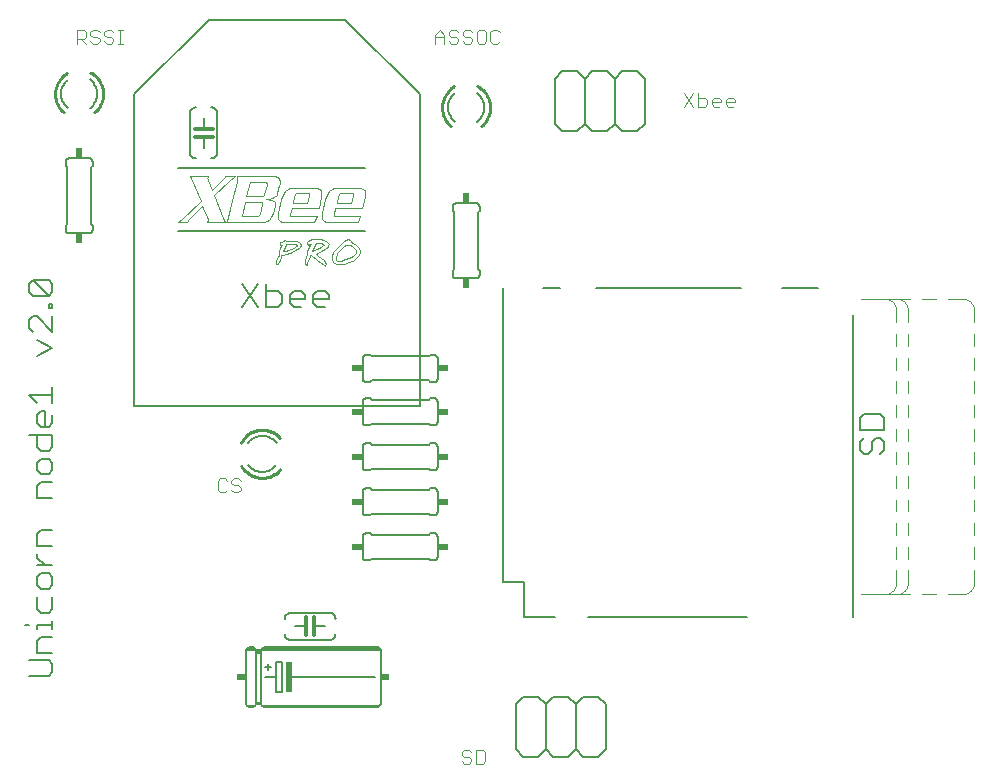
<source format=gto>
G75*
G70*
%OFA0B0*%
%FSLAX24Y24*%
%IPPOS*%
%LPD*%
%AMOC8*
5,1,8,0,0,1.08239X$1,22.5*
%
%ADD10C,0.0070*%
%ADD11C,0.0040*%
%ADD12C,0.0060*%
%ADD13C,0.0080*%
%ADD14C,0.0100*%
%ADD15R,0.0240X0.0340*%
%ADD16C,0.0120*%
%ADD17R,0.0340X0.0240*%
%ADD18R,0.0200X0.1000*%
%ADD19R,0.0300X0.0200*%
D10*
X001177Y003987D02*
X001836Y003987D01*
X001967Y004119D01*
X001967Y004383D01*
X001836Y004514D01*
X001177Y004514D01*
X001440Y004779D02*
X001440Y005175D01*
X001572Y005306D01*
X001967Y005306D01*
X001967Y005571D02*
X001967Y005835D01*
X001967Y005703D02*
X001440Y005703D01*
X001440Y005571D01*
X001177Y005703D02*
X001045Y005703D01*
X001572Y006099D02*
X001836Y006099D01*
X001967Y006231D01*
X001967Y006626D01*
X001836Y006891D02*
X001572Y006891D01*
X001440Y007023D01*
X001440Y007286D01*
X001572Y007418D01*
X001836Y007418D01*
X001967Y007286D01*
X001967Y007023D01*
X001836Y006891D01*
X001440Y006626D02*
X001440Y006231D01*
X001572Y006099D01*
X001440Y004779D02*
X001967Y004779D01*
X001967Y007683D02*
X001440Y007683D01*
X001440Y007946D02*
X001440Y008078D01*
X001440Y007946D02*
X001704Y007683D01*
X001967Y008343D02*
X001440Y008343D01*
X001440Y008738D01*
X001572Y008870D01*
X001967Y008870D01*
X001967Y009926D02*
X001440Y009926D01*
X001440Y010322D01*
X001572Y010453D01*
X001967Y010453D01*
X001836Y010718D02*
X001572Y010718D01*
X001440Y010850D01*
X001440Y011113D01*
X001572Y011245D01*
X001836Y011245D01*
X001967Y011113D01*
X001967Y010850D01*
X001836Y010718D01*
X001836Y011510D02*
X001572Y011510D01*
X001440Y011642D01*
X001440Y012037D01*
X001177Y012037D02*
X001967Y012037D01*
X001967Y011642D01*
X001836Y011510D01*
X001836Y012302D02*
X001572Y012302D01*
X001440Y012434D01*
X001440Y012697D01*
X001572Y012829D01*
X001704Y012829D01*
X001704Y012302D01*
X001836Y012302D02*
X001967Y012434D01*
X001967Y012697D01*
X001967Y013094D02*
X001967Y013621D01*
X001967Y013357D02*
X001177Y013357D01*
X001440Y013094D01*
X001440Y014677D02*
X001967Y014941D01*
X001440Y015204D01*
X001309Y015469D02*
X001177Y015601D01*
X001177Y015865D01*
X001309Y015996D01*
X001440Y015996D01*
X001967Y015469D01*
X001967Y015996D01*
X001967Y016261D02*
X001967Y016393D01*
X001836Y016393D01*
X001836Y016261D01*
X001967Y016261D01*
X001836Y016657D02*
X001309Y017184D01*
X001836Y017184D01*
X001967Y017052D01*
X001967Y016789D01*
X001836Y016657D01*
X001309Y016657D01*
X001177Y016789D01*
X001177Y017052D01*
X001309Y017184D01*
X008287Y017078D02*
X008814Y016287D01*
X009079Y016287D02*
X009475Y016287D01*
X009606Y016419D01*
X009606Y016683D01*
X009475Y016814D01*
X009079Y016814D01*
X009079Y017078D02*
X009079Y016287D01*
X008287Y016287D02*
X008814Y017078D01*
X009871Y016683D02*
X009871Y016419D01*
X010003Y016287D01*
X010266Y016287D01*
X010398Y016551D02*
X009871Y016551D01*
X009871Y016683D02*
X010003Y016814D01*
X010266Y016814D01*
X010398Y016683D01*
X010398Y016551D01*
X010663Y016551D02*
X011190Y016551D01*
X011190Y016683D01*
X011058Y016814D01*
X010795Y016814D01*
X010663Y016683D01*
X010663Y016419D01*
X010795Y016287D01*
X011058Y016287D01*
X028887Y012591D02*
X028887Y012195D01*
X029677Y012195D01*
X029677Y012591D01*
X029546Y012723D01*
X029019Y012723D01*
X028887Y012591D01*
X029019Y011931D02*
X028887Y011799D01*
X028887Y011535D01*
X029019Y011404D01*
X029150Y011404D01*
X029282Y011535D01*
X029282Y011799D01*
X029414Y011931D01*
X029546Y011931D01*
X029677Y011799D01*
X029677Y011535D01*
X029546Y011404D01*
D11*
X030089Y011452D02*
X030089Y011059D01*
X030089Y010665D02*
X030089Y010271D01*
X030089Y009878D02*
X030089Y009484D01*
X030089Y009090D02*
X030089Y008696D01*
X030089Y008303D02*
X030089Y007909D01*
X030089Y007515D02*
X030089Y007122D01*
X030089Y006728D02*
X030128Y006730D01*
X030166Y006736D01*
X030203Y006745D01*
X030240Y006758D01*
X030275Y006775D01*
X030308Y006794D01*
X030339Y006817D01*
X030368Y006843D01*
X030394Y006872D01*
X030417Y006903D01*
X030436Y006936D01*
X030453Y006971D01*
X030466Y007008D01*
X030475Y007045D01*
X030481Y007083D01*
X030483Y007122D01*
X030483Y007515D01*
X030483Y007909D02*
X030483Y008303D01*
X030483Y008696D02*
X030483Y009090D01*
X030483Y009484D02*
X030483Y009878D01*
X030483Y010271D02*
X030483Y010665D01*
X030483Y011059D02*
X030483Y011452D01*
X030483Y011846D02*
X030483Y012240D01*
X030483Y012633D02*
X030483Y013027D01*
X030089Y013027D02*
X030089Y012633D01*
X030089Y012240D02*
X030089Y011846D01*
X030089Y013421D02*
X030089Y013815D01*
X030483Y013815D02*
X030483Y013421D01*
X030483Y014208D02*
X030483Y014602D01*
X030089Y014602D02*
X030089Y014208D01*
X030089Y014996D02*
X030089Y015389D01*
X030483Y015389D02*
X030483Y014996D01*
X030483Y015783D02*
X030483Y016177D01*
X030089Y016177D02*
X030089Y015783D01*
X030483Y016177D02*
X030481Y016216D01*
X030475Y016254D01*
X030466Y016291D01*
X030453Y016328D01*
X030436Y016363D01*
X030417Y016396D01*
X030394Y016427D01*
X030368Y016456D01*
X030339Y016482D01*
X030308Y016505D01*
X030275Y016524D01*
X030240Y016541D01*
X030203Y016554D01*
X030166Y016563D01*
X030128Y016569D01*
X030089Y016571D01*
X030089Y016570D02*
X029696Y016570D01*
X028908Y016570D01*
X029696Y016571D02*
X029735Y016569D01*
X029773Y016563D01*
X029810Y016554D01*
X029847Y016541D01*
X029882Y016524D01*
X029915Y016505D01*
X029946Y016482D01*
X029975Y016456D01*
X030001Y016427D01*
X030024Y016396D01*
X030043Y016363D01*
X030060Y016328D01*
X030073Y016291D01*
X030082Y016254D01*
X030088Y016216D01*
X030090Y016177D01*
X030089Y016570D02*
X030562Y016570D01*
X030956Y016570D02*
X031428Y016570D01*
X031822Y016570D02*
X032294Y016570D01*
X032294Y016571D02*
X032333Y016569D01*
X032371Y016563D01*
X032408Y016554D01*
X032445Y016541D01*
X032480Y016524D01*
X032513Y016505D01*
X032544Y016482D01*
X032573Y016456D01*
X032599Y016427D01*
X032622Y016396D01*
X032641Y016363D01*
X032658Y016328D01*
X032671Y016291D01*
X032680Y016254D01*
X032686Y016216D01*
X032688Y016177D01*
X032688Y015783D01*
X032688Y015389D02*
X032688Y014996D01*
X032688Y014602D02*
X032688Y014208D01*
X032688Y013815D02*
X032688Y013421D01*
X032688Y013027D02*
X032688Y012633D01*
X032688Y012240D02*
X032688Y011846D01*
X032688Y011452D02*
X032688Y011059D01*
X032688Y010665D02*
X032688Y010271D01*
X032688Y009878D02*
X032688Y009484D01*
X032688Y009090D02*
X032688Y008696D01*
X032688Y008303D02*
X032688Y007909D01*
X032688Y007515D02*
X032688Y007122D01*
X032686Y007083D01*
X032680Y007045D01*
X032671Y007008D01*
X032658Y006971D01*
X032641Y006936D01*
X032622Y006903D01*
X032599Y006872D01*
X032573Y006843D01*
X032544Y006817D01*
X032513Y006794D01*
X032480Y006775D01*
X032445Y006758D01*
X032408Y006745D01*
X032371Y006736D01*
X032333Y006730D01*
X032294Y006728D01*
X031822Y006728D01*
X031428Y006728D02*
X030956Y006728D01*
X030562Y006728D02*
X030089Y006728D01*
X029696Y006728D01*
X028908Y006728D01*
X029696Y006728D02*
X029735Y006730D01*
X029773Y006736D01*
X029810Y006745D01*
X029847Y006758D01*
X029882Y006775D01*
X029915Y006794D01*
X029946Y006817D01*
X029975Y006843D01*
X030001Y006872D01*
X030024Y006903D01*
X030043Y006936D01*
X030060Y006971D01*
X030073Y007008D01*
X030082Y007045D01*
X030088Y007083D01*
X030090Y007122D01*
X016390Y001456D02*
X016390Y001149D01*
X016313Y001072D01*
X016083Y001072D01*
X016083Y001533D01*
X016313Y001533D01*
X016390Y001456D01*
X015929Y001456D02*
X015853Y001533D01*
X015699Y001533D01*
X015622Y001456D01*
X015622Y001379D01*
X015699Y001303D01*
X015853Y001303D01*
X015929Y001226D01*
X015929Y001149D01*
X015853Y001072D01*
X015699Y001072D01*
X015622Y001149D01*
X008163Y010122D02*
X008009Y010122D01*
X007933Y010199D01*
X007779Y010199D02*
X007703Y010122D01*
X007549Y010122D01*
X007472Y010199D01*
X007472Y010506D01*
X007549Y010583D01*
X007703Y010583D01*
X007779Y010506D01*
X007933Y010506D02*
X007933Y010429D01*
X008009Y010353D01*
X008163Y010353D01*
X008240Y010276D01*
X008240Y010199D01*
X008163Y010122D01*
X008240Y010506D02*
X008163Y010583D01*
X008009Y010583D01*
X007933Y010506D01*
X009458Y017719D02*
X009430Y017736D01*
X009408Y017768D01*
X009408Y017807D01*
X009419Y017851D01*
X009469Y017955D01*
X009502Y018032D01*
X009513Y018103D01*
X009529Y018169D01*
X009556Y018256D01*
X009584Y018322D01*
X009611Y018366D01*
X009567Y018366D01*
X009567Y018459D01*
X009617Y018459D01*
X009661Y018492D01*
X009705Y018536D01*
X009754Y018509D01*
X009951Y018509D01*
X010110Y018492D01*
X010220Y018426D01*
X010247Y018377D01*
X010247Y018355D01*
X010225Y018306D01*
X010192Y018267D01*
X010127Y018223D01*
X009885Y018103D01*
X009759Y018054D01*
X009661Y018032D01*
X009628Y018026D01*
X009589Y018026D01*
X009573Y017977D01*
X009540Y017878D01*
X009513Y017790D01*
X009491Y017752D01*
X009480Y017730D01*
X009458Y017719D01*
X009650Y018169D02*
X009748Y018371D01*
X009759Y018399D01*
X010039Y018399D01*
X010105Y018371D01*
X010121Y018361D01*
X010116Y018344D01*
X010088Y018322D01*
X010001Y018278D01*
X009929Y018229D01*
X009831Y018202D01*
X009759Y018174D01*
X009715Y018169D01*
X009650Y018169D01*
X010390Y017873D02*
X010379Y017818D01*
X010384Y017736D01*
X010445Y017681D01*
X010445Y017714D01*
X010467Y017768D01*
X010499Y017867D01*
X010538Y017977D01*
X010549Y018015D01*
X010587Y018015D01*
X010790Y017878D01*
X011004Y017708D01*
X011048Y017675D01*
X011064Y017681D01*
X011081Y017714D01*
X011075Y017746D01*
X011053Y017801D01*
X011009Y017856D01*
X010933Y017916D01*
X010828Y017988D01*
X010746Y018070D01*
X010801Y018103D01*
X010916Y018174D01*
X011037Y018229D01*
X011097Y018267D01*
X011141Y018311D01*
X011141Y018355D01*
X011168Y018404D01*
X011157Y018432D01*
X011119Y018476D01*
X011075Y018503D01*
X010998Y018530D01*
X010933Y018547D01*
X010615Y018547D01*
X010543Y018519D01*
X010483Y018498D01*
X010450Y018465D01*
X010445Y018432D01*
X010456Y018410D01*
X010483Y018393D01*
X010499Y018371D01*
X010499Y018366D01*
X010543Y018399D01*
X010582Y018393D01*
X010565Y018355D01*
X010527Y018284D01*
X010467Y018147D01*
X010439Y018048D01*
X010390Y017873D01*
X010626Y018174D02*
X010730Y018361D01*
X010735Y018415D01*
X010933Y018415D01*
X010998Y018404D01*
X011015Y018371D01*
X010976Y018361D01*
X010922Y018306D01*
X010845Y018262D01*
X010774Y018223D01*
X010691Y018207D01*
X010626Y018174D01*
X011294Y017988D02*
X011322Y018119D01*
X011338Y018163D01*
X011486Y018311D01*
X011695Y018487D01*
X011810Y018547D01*
X011815Y018547D02*
X011870Y018525D01*
X011908Y018481D01*
X011914Y018454D01*
X011991Y018432D01*
X012100Y018355D01*
X012193Y018278D01*
X012221Y018174D01*
X012210Y018103D01*
X012150Y017993D01*
X012045Y017911D01*
X011969Y017834D01*
X011826Y017801D01*
X011722Y017736D01*
X011563Y017714D01*
X011437Y017714D01*
X011344Y017774D01*
X011289Y017878D01*
X011294Y017988D01*
X011409Y017922D02*
X011459Y018081D01*
X011552Y018207D01*
X011695Y018317D01*
X011755Y018361D01*
X011892Y018361D01*
X011958Y018339D01*
X012078Y018212D01*
X012078Y018081D01*
X011969Y018004D01*
X011854Y017938D01*
X011716Y017895D01*
X011585Y017845D01*
X011453Y017840D01*
X011404Y017867D01*
X011409Y017922D01*
X011070Y019139D02*
X011026Y019150D01*
X010982Y019183D01*
X010954Y019221D01*
X010938Y019282D01*
X010938Y019336D01*
X010949Y019424D01*
X011059Y019912D01*
X011075Y019972D01*
X011141Y020104D01*
X011190Y020175D01*
X011278Y020230D01*
X011344Y020252D01*
X011377Y020257D01*
X012237Y020257D01*
X012298Y020235D01*
X012369Y020181D01*
X012391Y020159D01*
X012391Y019967D01*
X012298Y019589D01*
X011399Y019589D01*
X011355Y019402D01*
X011344Y019369D01*
X011349Y019331D01*
X011371Y019314D01*
X012161Y019314D01*
X012232Y019325D01*
X012155Y019139D01*
X011070Y019139D01*
X010774Y019325D02*
X010697Y019139D01*
X009611Y019139D01*
X009567Y019150D01*
X009524Y019183D01*
X009496Y019221D01*
X009480Y019282D01*
X009480Y019336D01*
X009491Y019424D01*
X009600Y019912D01*
X009617Y019972D01*
X009683Y020104D01*
X009732Y020175D01*
X009820Y020230D01*
X009885Y020252D01*
X009918Y020257D01*
X010779Y020257D01*
X010839Y020235D01*
X010911Y020181D01*
X010933Y020159D01*
X010933Y019967D01*
X010839Y019589D01*
X009940Y019589D01*
X009896Y019402D01*
X009885Y019369D01*
X009891Y019331D01*
X009913Y019314D01*
X010702Y019314D01*
X010774Y019325D01*
X010467Y019759D02*
X009995Y019759D01*
X009990Y019764D01*
X010028Y019989D01*
X010044Y020033D01*
X010066Y020071D01*
X010099Y020087D01*
X010488Y020087D01*
X010510Y020082D01*
X010527Y020066D01*
X010527Y019994D01*
X010467Y019759D01*
X009458Y020087D02*
X009524Y020362D01*
X009540Y020405D01*
X009540Y020499D01*
X009518Y020553D01*
X009485Y020614D01*
X009441Y020641D01*
X009376Y020658D01*
X008131Y020658D01*
X008131Y020548D01*
X008109Y020449D01*
X007967Y019868D01*
X007890Y019556D01*
X007824Y019309D01*
X007780Y019177D01*
X007747Y019144D01*
X007731Y019144D01*
X007643Y019265D01*
X007336Y020022D01*
X007851Y020504D01*
X007928Y020570D01*
X007983Y020608D01*
X008054Y020658D01*
X007709Y020658D01*
X007703Y020636D01*
X007687Y020603D01*
X007665Y020575D01*
X007276Y020192D01*
X007139Y020537D01*
X007139Y020564D01*
X007122Y020592D01*
X007139Y020625D01*
X007139Y020658D01*
X006536Y020658D01*
X006596Y020597D01*
X006909Y019835D01*
X006273Y019238D01*
X006136Y019139D01*
X006459Y019139D01*
X006508Y019227D01*
X006963Y019671D01*
X007139Y019238D01*
X007139Y019199D01*
X007106Y019139D01*
X009008Y019139D01*
X009112Y019172D01*
X009178Y019205D01*
X009260Y019298D01*
X009271Y019364D01*
X009310Y019424D01*
X009370Y019665D01*
X009370Y019813D01*
X009365Y019824D01*
X009249Y019879D01*
X009091Y019901D01*
X009200Y019901D01*
X009288Y019923D01*
X009354Y019950D01*
X009436Y020033D01*
X009458Y020087D01*
X009030Y020066D02*
X009107Y020356D01*
X009101Y020444D01*
X009052Y020471D01*
X008548Y020471D01*
X008433Y020005D01*
X008981Y020005D01*
X009014Y020027D01*
X009030Y020066D01*
X008937Y019791D02*
X008964Y019753D01*
X008964Y019737D01*
X008882Y019413D01*
X008860Y019380D01*
X008822Y019336D01*
X008800Y019325D01*
X008268Y019325D01*
X008394Y019808D01*
X008893Y019808D01*
X008937Y019791D01*
X011448Y019764D02*
X011453Y019759D01*
X011925Y019759D01*
X011985Y019994D01*
X011985Y020066D01*
X011969Y020082D01*
X011947Y020087D01*
X011558Y020087D01*
X011525Y020071D01*
X011503Y020033D01*
X011486Y019989D01*
X011448Y019764D01*
X014722Y025072D02*
X014722Y025379D01*
X014876Y025533D01*
X015029Y025379D01*
X015029Y025072D01*
X015183Y025149D02*
X015259Y025072D01*
X015413Y025072D01*
X015490Y025149D01*
X015490Y025226D01*
X015413Y025303D01*
X015259Y025303D01*
X015183Y025379D01*
X015183Y025456D01*
X015259Y025533D01*
X015413Y025533D01*
X015490Y025456D01*
X015643Y025456D02*
X015643Y025379D01*
X015720Y025303D01*
X015873Y025303D01*
X015950Y025226D01*
X015950Y025149D01*
X015873Y025072D01*
X015720Y025072D01*
X015643Y025149D01*
X015643Y025456D02*
X015720Y025533D01*
X015873Y025533D01*
X015950Y025456D01*
X016103Y025456D02*
X016103Y025149D01*
X016180Y025072D01*
X016334Y025072D01*
X016410Y025149D01*
X016410Y025456D01*
X016334Y025533D01*
X016180Y025533D01*
X016103Y025456D01*
X016564Y025456D02*
X016564Y025149D01*
X016640Y025072D01*
X016794Y025072D01*
X016871Y025149D01*
X016871Y025456D02*
X016794Y025533D01*
X016640Y025533D01*
X016564Y025456D01*
X015029Y025303D02*
X014722Y025303D01*
X023022Y023433D02*
X023329Y022972D01*
X023483Y022972D02*
X023713Y022972D01*
X023790Y023049D01*
X023790Y023203D01*
X023713Y023279D01*
X023483Y023279D01*
X023483Y023433D02*
X023483Y022972D01*
X023022Y022972D02*
X023329Y023433D01*
X023943Y023203D02*
X024020Y023279D01*
X024173Y023279D01*
X024250Y023203D01*
X024250Y023126D01*
X023943Y023126D01*
X023943Y023049D02*
X023943Y023203D01*
X023943Y023049D02*
X024020Y022972D01*
X024173Y022972D01*
X024403Y023049D02*
X024403Y023203D01*
X024480Y023279D01*
X024634Y023279D01*
X024710Y023203D01*
X024710Y023126D01*
X024403Y023126D01*
X024403Y023049D02*
X024480Y022972D01*
X024634Y022972D01*
X004307Y025072D02*
X004153Y025072D01*
X004230Y025072D02*
X004230Y025533D01*
X004153Y025533D02*
X004307Y025533D01*
X004000Y025456D02*
X003923Y025533D01*
X003770Y025533D01*
X003693Y025456D01*
X003693Y025379D01*
X003770Y025303D01*
X003923Y025303D01*
X004000Y025226D01*
X004000Y025149D01*
X003923Y025072D01*
X003770Y025072D01*
X003693Y025149D01*
X003540Y025149D02*
X003463Y025072D01*
X003309Y025072D01*
X003233Y025149D01*
X003309Y025303D02*
X003233Y025379D01*
X003233Y025456D01*
X003309Y025533D01*
X003463Y025533D01*
X003540Y025456D01*
X003463Y025303D02*
X003540Y025226D01*
X003540Y025149D01*
X003463Y025303D02*
X003309Y025303D01*
X003079Y025303D02*
X003003Y025226D01*
X002772Y025226D01*
X002772Y025072D02*
X002772Y025533D01*
X003003Y025533D01*
X003079Y025456D01*
X003079Y025303D01*
X002926Y025226D02*
X003079Y025072D01*
D12*
X002484Y023876D02*
X002449Y023846D01*
X002416Y023815D01*
X002386Y023780D01*
X002359Y023744D01*
X002335Y023706D01*
X002313Y023666D01*
X002295Y023624D01*
X002279Y023581D01*
X002267Y023537D01*
X002259Y023493D01*
X002254Y023447D01*
X002252Y023402D01*
X002254Y023357D01*
X002259Y023311D01*
X002267Y023267D01*
X002279Y023223D01*
X002295Y023180D01*
X002313Y023138D01*
X002335Y023098D01*
X002359Y023060D01*
X002386Y023024D01*
X002416Y022989D01*
X002449Y022958D01*
X002484Y022928D01*
X003452Y023402D02*
X003450Y023448D01*
X003445Y023494D01*
X003436Y023540D01*
X003424Y023585D01*
X003408Y023628D01*
X003389Y023670D01*
X003366Y023711D01*
X003341Y023750D01*
X003313Y023786D01*
X003282Y023821D01*
X003248Y023853D01*
X003212Y023882D01*
X003452Y023402D02*
X003450Y023355D01*
X003444Y023307D01*
X003435Y023261D01*
X003422Y023215D01*
X003406Y023171D01*
X003386Y023127D01*
X003362Y023086D01*
X003336Y023047D01*
X003306Y023010D01*
X003273Y022975D01*
X003238Y022943D01*
X003201Y022914D01*
X003202Y021252D02*
X002502Y021252D01*
X002485Y021250D01*
X002468Y021246D01*
X002452Y021239D01*
X002438Y021229D01*
X002425Y021216D01*
X002415Y021202D01*
X002408Y021186D01*
X002404Y021169D01*
X002402Y021152D01*
X002402Y021002D01*
X002452Y020952D01*
X002452Y019052D01*
X002402Y019002D01*
X002402Y018852D01*
X002404Y018835D01*
X002408Y018818D01*
X002415Y018802D01*
X002425Y018788D01*
X002438Y018775D01*
X002452Y018765D01*
X002468Y018758D01*
X002485Y018754D01*
X002502Y018752D01*
X003202Y018752D01*
X003219Y018754D01*
X003236Y018758D01*
X003252Y018765D01*
X003266Y018775D01*
X003279Y018788D01*
X003289Y018802D01*
X003296Y018818D01*
X003300Y018835D01*
X003302Y018852D01*
X003302Y019002D01*
X003252Y019052D01*
X003252Y020952D01*
X003302Y021002D01*
X003302Y021152D01*
X003300Y021169D01*
X003296Y021186D01*
X003289Y021202D01*
X003279Y021216D01*
X003266Y021229D01*
X003252Y021239D01*
X003236Y021246D01*
X003219Y021250D01*
X003202Y021252D01*
X006152Y020932D02*
X012380Y020932D01*
X012380Y018843D02*
X006152Y018843D01*
X006552Y021452D02*
X006552Y022752D01*
X006554Y022778D01*
X006559Y022804D01*
X006567Y022829D01*
X006579Y022852D01*
X006593Y022874D01*
X006611Y022893D01*
X006630Y022911D01*
X006652Y022925D01*
X006675Y022937D01*
X006700Y022945D01*
X006726Y022950D01*
X006752Y022952D01*
X007002Y022602D02*
X007002Y022222D01*
X007002Y021972D02*
X007002Y021602D01*
X006752Y021252D02*
X006726Y021254D01*
X006700Y021259D01*
X006675Y021267D01*
X006652Y021279D01*
X006630Y021293D01*
X006611Y021311D01*
X006593Y021330D01*
X006579Y021352D01*
X006567Y021375D01*
X006559Y021400D01*
X006554Y021426D01*
X006552Y021452D01*
X007252Y021252D02*
X007278Y021254D01*
X007304Y021259D01*
X007329Y021267D01*
X007352Y021279D01*
X007374Y021293D01*
X007393Y021311D01*
X007411Y021330D01*
X007425Y021352D01*
X007437Y021375D01*
X007445Y021400D01*
X007450Y021426D01*
X007452Y021452D01*
X007452Y022752D01*
X007450Y022778D01*
X007445Y022804D01*
X007437Y022829D01*
X007425Y022852D01*
X007411Y022874D01*
X007393Y022893D01*
X007374Y022911D01*
X007352Y022925D01*
X007329Y022937D01*
X007304Y022945D01*
X007278Y022950D01*
X007252Y022952D01*
X015302Y019652D02*
X015302Y019502D01*
X015352Y019452D01*
X015352Y017552D01*
X015302Y017502D01*
X015302Y017352D01*
X015304Y017335D01*
X015308Y017318D01*
X015315Y017302D01*
X015325Y017288D01*
X015338Y017275D01*
X015352Y017265D01*
X015368Y017258D01*
X015385Y017254D01*
X015402Y017252D01*
X016102Y017252D01*
X016119Y017254D01*
X016136Y017258D01*
X016152Y017265D01*
X016166Y017275D01*
X016179Y017288D01*
X016189Y017302D01*
X016196Y017318D01*
X016200Y017335D01*
X016202Y017352D01*
X016202Y017502D01*
X016152Y017552D01*
X016152Y019452D01*
X016202Y019502D01*
X016202Y019652D01*
X016200Y019669D01*
X016196Y019686D01*
X016189Y019702D01*
X016179Y019716D01*
X016166Y019729D01*
X016152Y019739D01*
X016136Y019746D01*
X016119Y019750D01*
X016102Y019752D01*
X015402Y019752D01*
X015385Y019750D01*
X015368Y019746D01*
X015352Y019739D01*
X015338Y019729D01*
X015325Y019716D01*
X015315Y019702D01*
X015308Y019686D01*
X015304Y019669D01*
X015302Y019652D01*
X018702Y022402D02*
X018702Y023902D01*
X018952Y024152D01*
X019452Y024152D01*
X019702Y023902D01*
X019702Y022402D01*
X019952Y022152D01*
X020452Y022152D01*
X020702Y022402D01*
X020952Y022152D01*
X021452Y022152D01*
X021702Y022402D01*
X021702Y023902D01*
X021452Y024152D01*
X020952Y024152D01*
X020702Y023902D01*
X020702Y022402D01*
X019702Y022402D02*
X019452Y022152D01*
X018952Y022152D01*
X018702Y022402D01*
X019702Y023902D02*
X019952Y024152D01*
X020452Y024152D01*
X020702Y023902D01*
X015384Y023426D02*
X015349Y023396D01*
X015316Y023365D01*
X015286Y023330D01*
X015259Y023294D01*
X015235Y023256D01*
X015213Y023216D01*
X015195Y023174D01*
X015179Y023131D01*
X015167Y023087D01*
X015159Y023043D01*
X015154Y022997D01*
X015152Y022952D01*
X015154Y022907D01*
X015159Y022861D01*
X015167Y022817D01*
X015179Y022773D01*
X015195Y022730D01*
X015213Y022688D01*
X015235Y022648D01*
X015259Y022610D01*
X015286Y022574D01*
X015316Y022539D01*
X015349Y022508D01*
X015384Y022478D01*
X016352Y022952D02*
X016350Y022998D01*
X016345Y023044D01*
X016336Y023090D01*
X016324Y023135D01*
X016308Y023178D01*
X016289Y023220D01*
X016266Y023261D01*
X016241Y023300D01*
X016213Y023336D01*
X016182Y023371D01*
X016148Y023403D01*
X016112Y023432D01*
X016352Y022952D02*
X016350Y022905D01*
X016344Y022857D01*
X016335Y022811D01*
X016322Y022765D01*
X016306Y022721D01*
X016286Y022677D01*
X016262Y022636D01*
X016236Y022597D01*
X016206Y022560D01*
X016173Y022525D01*
X016138Y022493D01*
X016101Y022464D01*
X014702Y014702D02*
X014552Y014702D01*
X014502Y014652D01*
X012602Y014652D01*
X012552Y014702D01*
X012402Y014702D01*
X012385Y014700D01*
X012368Y014696D01*
X012352Y014689D01*
X012338Y014679D01*
X012325Y014666D01*
X012315Y014652D01*
X012308Y014636D01*
X012304Y014619D01*
X012302Y014602D01*
X012302Y013902D01*
X012304Y013885D01*
X012308Y013868D01*
X012315Y013852D01*
X012325Y013838D01*
X012338Y013825D01*
X012352Y013815D01*
X012368Y013808D01*
X012385Y013804D01*
X012402Y013802D01*
X012552Y013802D01*
X012602Y013852D01*
X014502Y013852D01*
X014552Y013802D01*
X014702Y013802D01*
X014719Y013804D01*
X014736Y013808D01*
X014752Y013815D01*
X014766Y013825D01*
X014779Y013838D01*
X014789Y013852D01*
X014796Y013868D01*
X014800Y013885D01*
X014802Y013902D01*
X014802Y014602D01*
X014800Y014619D01*
X014796Y014636D01*
X014789Y014652D01*
X014779Y014666D01*
X014766Y014679D01*
X014752Y014689D01*
X014736Y014696D01*
X014719Y014700D01*
X014702Y014702D01*
X014702Y013252D02*
X014552Y013252D01*
X014502Y013202D01*
X012602Y013202D01*
X012552Y013252D01*
X012402Y013252D01*
X012385Y013250D01*
X012368Y013246D01*
X012352Y013239D01*
X012338Y013229D01*
X012325Y013216D01*
X012315Y013202D01*
X012308Y013186D01*
X012304Y013169D01*
X012302Y013152D01*
X012302Y012452D01*
X012304Y012435D01*
X012308Y012418D01*
X012315Y012402D01*
X012325Y012388D01*
X012338Y012375D01*
X012352Y012365D01*
X012368Y012358D01*
X012385Y012354D01*
X012402Y012352D01*
X012552Y012352D01*
X012602Y012402D01*
X014502Y012402D01*
X014552Y012352D01*
X014702Y012352D01*
X014719Y012354D01*
X014736Y012358D01*
X014752Y012365D01*
X014766Y012375D01*
X014779Y012388D01*
X014789Y012402D01*
X014796Y012418D01*
X014800Y012435D01*
X014802Y012452D01*
X014802Y013152D01*
X014800Y013169D01*
X014796Y013186D01*
X014789Y013202D01*
X014779Y013216D01*
X014766Y013229D01*
X014752Y013239D01*
X014736Y013246D01*
X014719Y013250D01*
X014702Y013252D01*
X014702Y011752D02*
X014552Y011752D01*
X014502Y011702D01*
X012602Y011702D01*
X012552Y011752D01*
X012402Y011752D01*
X012385Y011750D01*
X012368Y011746D01*
X012352Y011739D01*
X012338Y011729D01*
X012325Y011716D01*
X012315Y011702D01*
X012308Y011686D01*
X012304Y011669D01*
X012302Y011652D01*
X012302Y010952D01*
X012304Y010935D01*
X012308Y010918D01*
X012315Y010902D01*
X012325Y010888D01*
X012338Y010875D01*
X012352Y010865D01*
X012368Y010858D01*
X012385Y010854D01*
X012402Y010852D01*
X012552Y010852D01*
X012602Y010902D01*
X014502Y010902D01*
X014552Y010852D01*
X014702Y010852D01*
X014719Y010854D01*
X014736Y010858D01*
X014752Y010865D01*
X014766Y010875D01*
X014779Y010888D01*
X014789Y010902D01*
X014796Y010918D01*
X014800Y010935D01*
X014802Y010952D01*
X014802Y011652D01*
X014800Y011669D01*
X014796Y011686D01*
X014789Y011702D01*
X014779Y011716D01*
X014766Y011729D01*
X014752Y011739D01*
X014736Y011746D01*
X014719Y011750D01*
X014702Y011752D01*
X014702Y010252D02*
X014552Y010252D01*
X014502Y010202D01*
X012602Y010202D01*
X012552Y010252D01*
X012402Y010252D01*
X012385Y010250D01*
X012368Y010246D01*
X012352Y010239D01*
X012338Y010229D01*
X012325Y010216D01*
X012315Y010202D01*
X012308Y010186D01*
X012304Y010169D01*
X012302Y010152D01*
X012302Y009452D01*
X012304Y009435D01*
X012308Y009418D01*
X012315Y009402D01*
X012325Y009388D01*
X012338Y009375D01*
X012352Y009365D01*
X012368Y009358D01*
X012385Y009354D01*
X012402Y009352D01*
X012552Y009352D01*
X012602Y009402D01*
X014502Y009402D01*
X014552Y009352D01*
X014702Y009352D01*
X014719Y009354D01*
X014736Y009358D01*
X014752Y009365D01*
X014766Y009375D01*
X014779Y009388D01*
X014789Y009402D01*
X014796Y009418D01*
X014800Y009435D01*
X014802Y009452D01*
X014802Y010152D01*
X014800Y010169D01*
X014796Y010186D01*
X014789Y010202D01*
X014779Y010216D01*
X014766Y010229D01*
X014752Y010239D01*
X014736Y010246D01*
X014719Y010250D01*
X014702Y010252D01*
X014702Y008752D02*
X014552Y008752D01*
X014502Y008702D01*
X012602Y008702D01*
X012552Y008752D01*
X012402Y008752D01*
X012385Y008750D01*
X012368Y008746D01*
X012352Y008739D01*
X012338Y008729D01*
X012325Y008716D01*
X012315Y008702D01*
X012308Y008686D01*
X012304Y008669D01*
X012302Y008652D01*
X012302Y007952D01*
X012304Y007935D01*
X012308Y007918D01*
X012315Y007902D01*
X012325Y007888D01*
X012338Y007875D01*
X012352Y007865D01*
X012368Y007858D01*
X012385Y007854D01*
X012402Y007852D01*
X012552Y007852D01*
X012602Y007902D01*
X014502Y007902D01*
X014552Y007852D01*
X014702Y007852D01*
X014719Y007854D01*
X014736Y007858D01*
X014752Y007865D01*
X014766Y007875D01*
X014779Y007888D01*
X014789Y007902D01*
X014796Y007918D01*
X014800Y007935D01*
X014802Y007952D01*
X014802Y008652D01*
X014800Y008669D01*
X014796Y008686D01*
X014789Y008702D01*
X014779Y008716D01*
X014766Y008729D01*
X014752Y008739D01*
X014736Y008746D01*
X014719Y008750D01*
X014702Y008752D01*
X011202Y006102D02*
X009902Y006102D01*
X009876Y006100D01*
X009850Y006095D01*
X009825Y006087D01*
X009802Y006075D01*
X009780Y006061D01*
X009761Y006043D01*
X009743Y006024D01*
X009729Y006002D01*
X009717Y005979D01*
X009709Y005954D01*
X009704Y005928D01*
X009702Y005902D01*
X010052Y005652D02*
X010432Y005652D01*
X010682Y005652D02*
X011052Y005652D01*
X011402Y005402D02*
X011400Y005376D01*
X011395Y005350D01*
X011387Y005325D01*
X011375Y005302D01*
X011361Y005280D01*
X011343Y005261D01*
X011324Y005243D01*
X011302Y005229D01*
X011279Y005217D01*
X011254Y005209D01*
X011228Y005204D01*
X011202Y005202D01*
X009902Y005202D01*
X009876Y005204D01*
X009850Y005209D01*
X009825Y005217D01*
X009802Y005229D01*
X009780Y005243D01*
X009761Y005261D01*
X009743Y005280D01*
X009729Y005302D01*
X009717Y005325D01*
X009709Y005350D01*
X009704Y005376D01*
X009702Y005402D01*
X009002Y004952D02*
X008902Y004852D01*
X008752Y004852D01*
X008752Y004752D01*
X008752Y003102D01*
X008902Y003102D01*
X008902Y003072D01*
X008902Y003052D01*
X008952Y003002D01*
X012852Y003002D01*
X012802Y002952D01*
X009002Y002952D01*
X009002Y002972D01*
X012802Y002972D01*
X012852Y003002D02*
X012902Y003052D01*
X012902Y004852D01*
X008902Y004852D01*
X008902Y004752D01*
X008902Y003102D01*
X008902Y003072D02*
X008752Y003072D01*
X008752Y003052D01*
X008702Y003002D01*
X008452Y003002D01*
X008502Y002952D01*
X008502Y002972D01*
X008652Y002972D01*
X008652Y002952D02*
X008502Y002952D01*
X008452Y003002D02*
X008402Y003052D01*
X008402Y004852D01*
X008752Y004852D01*
X008652Y004952D01*
X008502Y004952D01*
X008402Y004852D01*
X008752Y004752D02*
X008902Y004752D01*
X009002Y004952D02*
X012802Y004952D01*
X012902Y004852D01*
X012702Y003952D02*
X009902Y003952D01*
X009402Y003952D02*
X009402Y003452D01*
X009602Y003452D01*
X009602Y004452D01*
X009402Y004452D01*
X009402Y003952D01*
X009052Y003952D01*
X009152Y004202D02*
X009152Y004402D01*
X009052Y004302D02*
X009252Y004302D01*
X008902Y003052D02*
X008752Y003052D01*
X008752Y003072D02*
X008752Y003102D01*
X008702Y003002D02*
X008652Y002952D01*
X008952Y003002D02*
X009002Y002952D01*
X011402Y005902D02*
X011400Y005928D01*
X011395Y005954D01*
X011387Y005979D01*
X011375Y006002D01*
X011361Y006024D01*
X011343Y006043D01*
X011324Y006061D01*
X011302Y006075D01*
X011279Y006087D01*
X011254Y006095D01*
X011228Y006100D01*
X011202Y006102D01*
X017402Y003052D02*
X017402Y001552D01*
X017652Y001302D01*
X018152Y001302D01*
X018402Y001552D01*
X018402Y003052D01*
X018652Y003302D01*
X019152Y003302D01*
X019402Y003052D01*
X019652Y003302D01*
X020152Y003302D01*
X020402Y003052D01*
X020402Y001552D01*
X020152Y001302D01*
X019652Y001302D01*
X019402Y001552D01*
X019402Y003052D01*
X018402Y003052D02*
X018152Y003302D01*
X017652Y003302D01*
X017402Y003052D01*
X018402Y001552D02*
X018652Y001302D01*
X019152Y001302D01*
X019402Y001552D01*
X008952Y010802D02*
X008907Y010804D01*
X008861Y010809D01*
X008817Y010817D01*
X008773Y010829D01*
X008730Y010845D01*
X008688Y010863D01*
X008648Y010885D01*
X008610Y010909D01*
X008574Y010936D01*
X008539Y010966D01*
X008508Y010999D01*
X008478Y011034D01*
X008952Y010802D02*
X008997Y010804D01*
X009043Y010809D01*
X009087Y010817D01*
X009131Y010829D01*
X009174Y010845D01*
X009216Y010863D01*
X009256Y010885D01*
X009294Y010909D01*
X009330Y010936D01*
X009365Y010966D01*
X009396Y010999D01*
X009426Y011034D01*
X008952Y012002D02*
X008906Y012000D01*
X008860Y011995D01*
X008814Y011986D01*
X008769Y011974D01*
X008726Y011958D01*
X008684Y011939D01*
X008643Y011916D01*
X008604Y011891D01*
X008568Y011863D01*
X008533Y011832D01*
X008501Y011798D01*
X008472Y011762D01*
X008952Y012002D02*
X008999Y012000D01*
X009047Y011994D01*
X009093Y011985D01*
X009139Y011972D01*
X009183Y011956D01*
X009227Y011936D01*
X009268Y011912D01*
X009307Y011886D01*
X009344Y011856D01*
X009379Y011823D01*
X009411Y011788D01*
X009440Y011751D01*
D13*
X004689Y012989D02*
X014216Y012989D01*
X014216Y023385D01*
X011726Y025875D01*
X007179Y025875D01*
X004689Y023385D01*
X004689Y012989D01*
X016999Y016925D02*
X016999Y007122D01*
X017688Y007122D01*
X017688Y005980D01*
X018732Y005980D01*
X019808Y005980D02*
X025132Y005980D01*
X028652Y005980D02*
X028652Y016045D01*
X027492Y016925D02*
X026279Y016925D01*
X024932Y016925D02*
X020079Y016925D01*
X018892Y016925D02*
X018319Y016925D01*
D14*
X016552Y022952D02*
X016550Y023006D01*
X016545Y023060D01*
X016536Y023113D01*
X016523Y023166D01*
X016507Y023217D01*
X016487Y023267D01*
X016464Y023316D01*
X016438Y023364D01*
X016409Y023409D01*
X016376Y023452D01*
X016341Y023493D01*
X016303Y023532D01*
X016263Y023568D01*
X016220Y023601D01*
X016175Y023631D01*
X016128Y023658D01*
X015355Y023647D02*
X015307Y023617D01*
X015262Y023584D01*
X015219Y023548D01*
X015178Y023510D01*
X015141Y023468D01*
X015106Y023424D01*
X015075Y023378D01*
X015046Y023329D01*
X015022Y023279D01*
X015001Y023227D01*
X014983Y023173D01*
X014970Y023119D01*
X014960Y023064D01*
X014954Y023008D01*
X014952Y022952D01*
X014954Y022899D01*
X014959Y022845D01*
X014968Y022793D01*
X014980Y022741D01*
X014996Y022690D01*
X015015Y022640D01*
X015038Y022591D01*
X015064Y022544D01*
X015092Y022499D01*
X015124Y022456D01*
X015158Y022416D01*
X015196Y022377D01*
X015235Y022341D01*
X016264Y022337D02*
X016304Y022373D01*
X016342Y022412D01*
X016377Y022453D01*
X016409Y022496D01*
X016439Y022541D01*
X016465Y022588D01*
X016487Y022637D01*
X016507Y022688D01*
X016523Y022739D01*
X016536Y022791D01*
X016545Y022845D01*
X016550Y022898D01*
X016552Y022952D01*
X002335Y022791D02*
X002296Y022827D01*
X002258Y022866D01*
X002224Y022906D01*
X002192Y022949D01*
X002164Y022994D01*
X002138Y023041D01*
X002115Y023090D01*
X002096Y023140D01*
X002080Y023191D01*
X002068Y023243D01*
X002059Y023295D01*
X002054Y023349D01*
X002052Y023402D01*
X002054Y023458D01*
X002060Y023514D01*
X002070Y023569D01*
X002083Y023623D01*
X002101Y023677D01*
X002122Y023729D01*
X002146Y023779D01*
X002175Y023828D01*
X002206Y023874D01*
X002241Y023918D01*
X002278Y023960D01*
X002319Y023998D01*
X002362Y024034D01*
X002407Y024067D01*
X002455Y024097D01*
X003652Y023402D02*
X003650Y023348D01*
X003645Y023295D01*
X003636Y023241D01*
X003623Y023189D01*
X003607Y023138D01*
X003587Y023087D01*
X003565Y023038D01*
X003539Y022991D01*
X003509Y022946D01*
X003477Y022903D01*
X003442Y022862D01*
X003404Y022823D01*
X003364Y022787D01*
X003652Y023402D02*
X003650Y023456D01*
X003645Y023510D01*
X003636Y023563D01*
X003623Y023616D01*
X003607Y023667D01*
X003587Y023717D01*
X003564Y023766D01*
X003538Y023814D01*
X003509Y023859D01*
X003476Y023902D01*
X003441Y023943D01*
X003403Y023982D01*
X003363Y024018D01*
X003320Y024051D01*
X003275Y024081D01*
X003228Y024108D01*
X008257Y011005D02*
X008287Y010957D01*
X008320Y010912D01*
X008356Y010869D01*
X008394Y010828D01*
X008436Y010791D01*
X008480Y010756D01*
X008526Y010725D01*
X008575Y010696D01*
X008625Y010672D01*
X008677Y010651D01*
X008731Y010633D01*
X008785Y010620D01*
X008840Y010610D01*
X008896Y010604D01*
X008952Y010602D01*
X009005Y010604D01*
X009059Y010609D01*
X009111Y010618D01*
X009163Y010630D01*
X009214Y010646D01*
X009264Y010665D01*
X009313Y010688D01*
X009360Y010714D01*
X009405Y010742D01*
X009448Y010774D01*
X009488Y010808D01*
X009527Y010846D01*
X009563Y010885D01*
X008952Y012202D02*
X008898Y012200D01*
X008844Y012195D01*
X008791Y012186D01*
X008738Y012173D01*
X008687Y012157D01*
X008637Y012137D01*
X008588Y012114D01*
X008540Y012088D01*
X008495Y012059D01*
X008452Y012026D01*
X008411Y011991D01*
X008372Y011953D01*
X008336Y011913D01*
X008303Y011870D01*
X008273Y011825D01*
X008246Y011778D01*
X008952Y012202D02*
X009006Y012200D01*
X009059Y012195D01*
X009113Y012186D01*
X009165Y012173D01*
X009216Y012157D01*
X009267Y012137D01*
X009316Y012115D01*
X009363Y012089D01*
X009408Y012059D01*
X009451Y012027D01*
X009492Y011992D01*
X009531Y011954D01*
X009567Y011914D01*
D15*
X015752Y017082D03*
X015752Y019922D03*
X002852Y018582D03*
X002852Y021422D03*
D16*
X006702Y021972D02*
X007002Y021972D01*
X007302Y021972D01*
X007302Y022222D02*
X007002Y022222D01*
X006702Y022222D01*
X010432Y005952D02*
X010432Y005652D01*
X010432Y005352D01*
X010682Y005352D02*
X010682Y005652D01*
X010682Y005952D01*
X009002Y004902D02*
X012802Y004902D01*
X008852Y004802D02*
X008802Y004802D01*
X008652Y004902D02*
X008502Y004902D01*
D17*
X012132Y008302D03*
X012132Y009802D03*
X012132Y011302D03*
X012132Y012802D03*
X012132Y014252D03*
X014972Y014252D03*
X014972Y012802D03*
X014972Y011302D03*
X014972Y009802D03*
X014972Y008302D03*
D18*
X009852Y003952D03*
D19*
X008252Y003952D03*
X013052Y003952D03*
M02*

</source>
